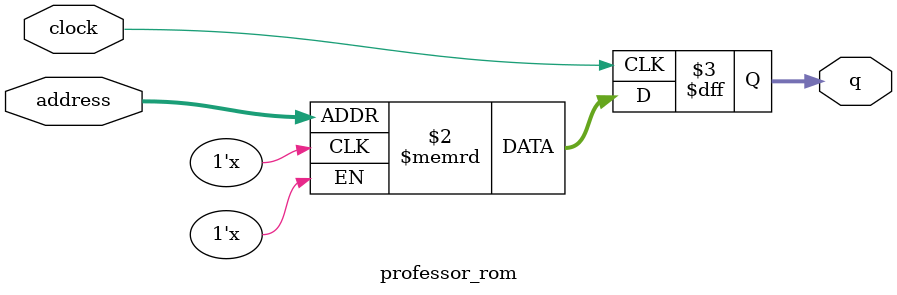
<source format=sv>
module professor_rom (
	input logic clock,
	input logic [9:0] address,
	output logic [2:0] q
);

logic [2:0] memory [0:1023] /* synthesis ram_init_file = "./professor/professor.mif" */;

always_ff @ (posedge clock) begin
	q <= memory[address];
end

endmodule

</source>
